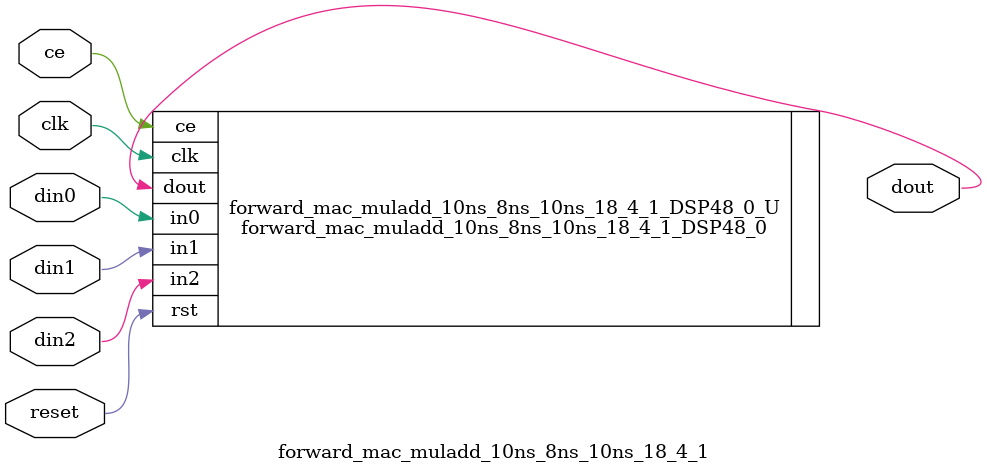
<source format=v>
module forward_mac_muladd_10ns_8ns_10ns_18_4_1(clk,reset,ce,din0,din1,din2,dout); 
parameter ID = 32'd1;
parameter NUM_STAGE = 32'd1;
parameter din0_WIDTH = 32'd1;
parameter din1_WIDTH = 32'd1;
parameter din2_WIDTH = 32'd1;
parameter dout_WIDTH = 32'd1;
input clk;
input reset;
input ce;
input[din0_WIDTH - 1:0] din0;
input[din1_WIDTH - 1:0] din1;
input[din2_WIDTH - 1:0] din2;
output[dout_WIDTH - 1:0] dout;
forward_mac_muladd_10ns_8ns_10ns_18_4_1_DSP48_0 forward_mac_muladd_10ns_8ns_10ns_18_4_1_DSP48_0_U(.clk( clk ),.rst( reset ),.ce( ce ),.in0( din0 ),.in1( din1 ),.in2( din2 ),.dout( dout ));
endmodule
</source>
